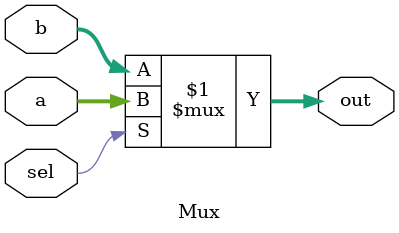
<source format=v>
module Mux(a, b, sel, out);

    input [15:0] a;
    input [15:0] b;
    input sel;
    output [15:0] out;

    assign out = sel ? a : b;

endmodule
</source>
